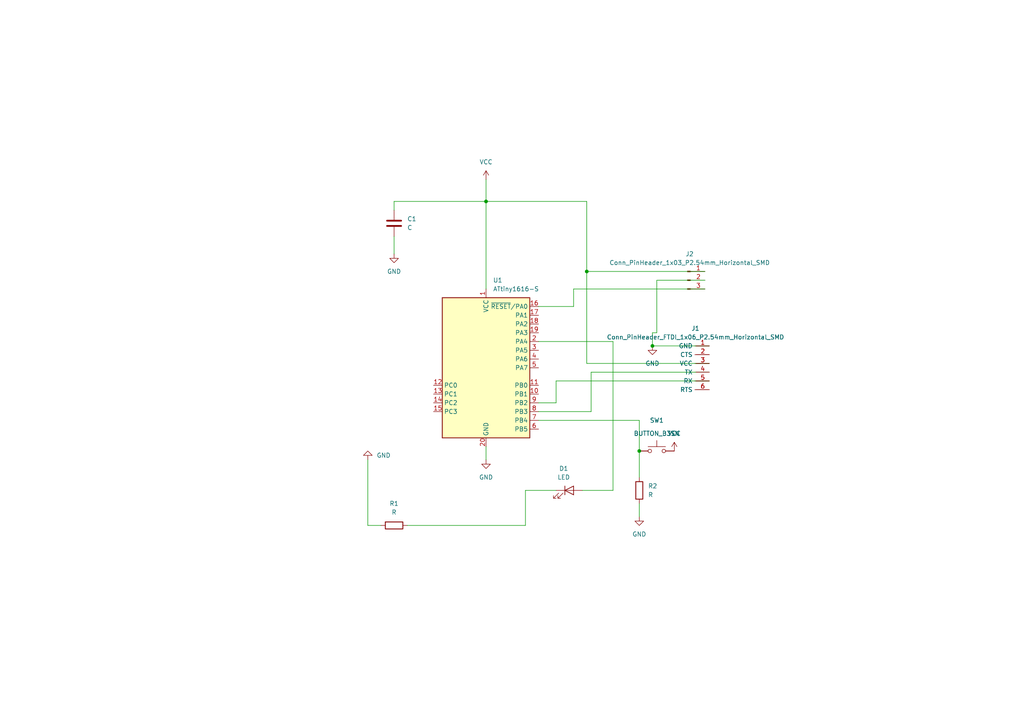
<source format=kicad_sch>
(kicad_sch (version 20211123) (generator eeschema)
  (paper "A4")
  (lib_symbols
    (symbol "MCU_Microchip_ATtiny:ATtiny1616-S"
      (property "Reference" "U" (at -12.7 21.59 0))
      (property "Value" "ATtiny1616-S" (at 2.54 -21.59 0))
      (symbol "ATtiny1616-S_0_1"
        (rectangle (start -12.7 -20.32) (end 12.7 20.32) (stroke (width 0.254)) (fill (type background)))
      )
      (symbol "ATtiny1616-S_1_1"
        (pin power_in line (at 0 22.86 270) (length 2.54) (name "VCC") (number "1"))
        (pin bidirectional line (at 15.24 -7.62 180) (length 2.54) (name "PB1") (number "10"))
        (pin bidirectional line (at 15.24 -5.08 180) (length 2.54) (name "PB0") (number "11"))
        (pin bidirectional line (at -15.24 -5.08 0) (length 2.54) (name "PC0") (number "12"))
        (pin bidirectional line (at -15.24 -7.62 0) (length 2.54) (name "PC1") (number "13"))
        (pin bidirectional line (at -15.24 -10.16 0) (length 2.54) (name "PC2") (number "14"))
        (pin bidirectional line (at -15.24 -12.7 0) (length 2.54) (name "PC3") (number "15"))
        (pin bidirectional line (at 15.24 17.78 180) (length 2.54) (name "~{RESET}/PA0") (number "16"))
        (pin bidirectional line (at 15.24 15.24 180) (length 2.54) (name "PA1") (number "17"))
        (pin bidirectional line (at 15.24 12.7 180) (length 2.54) (name "PA2") (number "18"))
        (pin bidirectional line (at 15.24 10.16 180) (length 2.54) (name "PA3") (number "19"))
        (pin bidirectional line (at 15.24 7.62 180) (length 2.54) (name "PA4") (number "2"))
        (pin power_in line (at 0 -22.86 90) (length 2.54) (name "GND") (number "20"))
        (pin bidirectional line (at 15.24 5.08 180) (length 2.54) (name "PA5") (number "3"))
        (pin bidirectional line (at 15.24 2.54 180) (length 2.54) (name "PA6") (number "4"))
        (pin bidirectional line (at 15.24 0 180) (length 2.54) (name "PA7") (number "5"))
        (pin bidirectional line (at 15.24 -17.78 180) (length 2.54) (name "PB5") (number "6"))
        (pin bidirectional line (at 15.24 -15.24 180) (length 2.54) (name "PB4") (number "7"))
        (pin bidirectional line (at 15.24 -12.7 180) (length 2.54) (name "PB3") (number "8"))
        (pin bidirectional line (at 15.24 -10.16 180) (length 2.54) (name "PB2") (number "9"))
      )
    )
    (symbol "fab2:Conn_PinHeader_FTDI_1x06_P2.54mm_Horizontal_SMD" (pin_names (offset 1.016))
      (property "Reference" "J" (at 0 7.62 0))
      (property "Value" "Conn_PinHeader_FTDI_1x06_P2.54mm_Horizontal_SMD" (at 0 -10.16 0))
      (symbol "Conn_PinHeader_FTDI_1x06_P2.54mm_Horizontal_SMD_1_1"
        (polyline (pts (xy 1.27 -7.62) (xy 0.8636 -7.62)) (stroke (width 0.1524)))
        (polyline (pts (xy 1.27 -5.08) (xy 0.8636 -5.08)) (stroke (width 0.1524)))
        (polyline (pts (xy 1.27 -2.54) (xy 0.8636 -2.54)) (stroke (width 0.1524)))
        (polyline (pts (xy 1.27 0) (xy 0.8636 0)) (stroke (width 0.1524)))
        (polyline (pts (xy 1.27 2.54) (xy 0.8636 2.54)) (stroke (width 0.1524)))
        (polyline (pts (xy 1.27 5.08) (xy 0.8636 5.08)) (stroke (width 0.1524)))
        (pin passive line (at 5.08 5.08 180) (length 3.81) (name "GND") (number "1"))
        (pin passive line (at 5.08 2.54 180) (length 3.81) (name "CTS") (number "2"))
        (pin passive line (at 5.08 0 180) (length 3.81) (name "VCC") (number "3"))
        (pin passive line (at 5.08 -2.54 180) (length 3.81) (name "TX") (number "4"))
        (pin passive line (at 5.08 -5.08 180) (length 3.81) (name "RX") (number "5"))
        (pin passive line (at 5.08 -7.62 180) (length 3.81) (name "RTS") (number "6"))
      )
    )
    (symbol "fab:BUTTON_B3SN" (pin_numbers hide) (pin_names (offset 1.016) hide)
      (property "Reference" "SW" (at 1.27 2.54 0))
      (property "Value" "BUTTON_B3SN" (at 0 -1.524 0))
      (symbol "BUTTON_B3SN_0_1"
        (circle (center -2.032 0) (radius 0.508))
        (polyline (pts (xy 0 1.27) (xy 0 3.048)))
        (polyline (pts (xy 2.54 1.27) (xy -2.54 1.27)))
        (circle (center 2.032 0) (radius 0.508))
        (pin passive line (at -5.08 0 0) (length 2.54) (name "1") (number "1"))
        (pin passive line (at 5.08 0 180) (length 2.54) (name "2") (number "2"))
      )
    )
    (symbol "fab:C" (pin_numbers hide) (pin_names (offset 0.254))
      (property "Reference" "C" (at 0.635 2.54 0))
      (property "Value" "C" (at 0.635 -2.54 0))
      (symbol "C_0_1"
        (polyline (pts (xy -2.032 -0.762) (xy 2.032 -0.762)) (stroke (width 0.508)))
        (polyline (pts (xy -2.032 0.762) (xy 2.032 0.762)) (stroke (width 0.508)))
      )
      (symbol "C_1_1"
        (pin passive line (at 0 3.81 270) (length 2.794) (name "~") (number "1"))
        (pin passive line (at 0 -3.81 90) (length 2.794) (name "~") (number "2"))
      )
    )
    (symbol "fab:Conn_PinHeader_1x03_P2.54mm_Horizontal_SMD" (pin_names (offset 1.016) hide)
      (property "Reference" "J" (at 0 5.08 0))
      (property "Value" "Conn_PinHeader_1x03_P2.54mm_Horizontal_SMD" (at 0 -5.08 0))
      (symbol "Conn_PinHeader_1x03_P2.54mm_Horizontal_SMD_1_1"
        (polyline (pts (xy 1.27 -2.54) (xy 0.8636 -2.54)) (stroke (width 0.1524)))
        (polyline (pts (xy 1.27 0) (xy 0.8636 0)) (stroke (width 0.1524)))
        (polyline (pts (xy 1.27 2.54) (xy 0.8636 2.54)) (stroke (width 0.1524)))
        (rectangle (start 0.8636 -2.413) (end 0 -2.667) (stroke (width 0.1524)) (fill (type outline)))
        (rectangle (start 0.8636 0.127) (end 0 -0.127) (stroke (width 0.1524)) (fill (type outline)))
        (rectangle (start 0.8636 2.667) (end 0 2.413) (stroke (width 0.1524)) (fill (type outline)))
        (pin passive line (at 5.08 2.54 180) (length 3.81) (name "Pin_1") (number "1"))
        (pin passive line (at 5.08 0 180) (length 3.81) (name "Pin_2") (number "2"))
        (pin passive line (at 5.08 -2.54 180) (length 3.81) (name "Pin_3") (number "3"))
      )
    )
    (symbol "fab:LED" (pin_numbers hide) (pin_names (offset 1.016) hide)
      (property "Reference" "D" (at 0 2.54 0))
      (property "Value" "LED" (at 0 -2.54 0))
      (symbol "LED_0_1"
        (polyline (pts (xy -1.27 -1.27) (xy -1.27 1.27)) (stroke (width 0.2032)))
        (polyline (pts (xy -1.27 0) (xy 1.27 0)))
        (polyline (pts (xy 1.27 -1.27) (xy 1.27 1.27) (xy -1.27 0) (xy 1.27 -1.27)) (stroke (width 0.2032)))
        (polyline (pts (xy -3.048 -0.762) (xy -4.572 -2.286) (xy -3.81 -2.286) (xy -4.572 -2.286) (xy -4.572 -1.524)))
        (polyline (pts (xy -1.778 -0.762) (xy -3.302 -2.286) (xy -2.54 -2.286) (xy -3.302 -2.286) (xy -3.302 -1.524)))
      )
      (symbol "LED_1_1"
        (pin passive line (at -3.81 0 0) (length 2.54) (name "K") (number "1"))
        (pin passive line (at 3.81 0 180) (length 2.54) (name "A") (number "2"))
      )
    )
    (symbol "fab:R" (pin_numbers hide) (pin_names (offset 0))
      (property "Reference" "R" (at 2.032 0 90))
      (property "Value" "R" (at 0 0 90))
      (symbol "R_0_1"
        (rectangle (start -1.016 -2.54) (end 1.016 2.54) (stroke (width 0.254)))
      )
      (symbol "R_1_1"
        (pin passive line (at 0 3.81 270) (length 1.27) (name "~") (number "1"))
        (pin passive line (at 0 -3.81 90) (length 1.27) (name "~") (number "2"))
      )
    )
    (symbol "power:GND" (power) (pin_names (offset 0))
      (property "Value" "GND" (at 0 -3.81 0))
      (symbol "GND_0_1"
        (polyline (pts (xy 0 0) (xy 0 -1.27) (xy 1.27 -1.27) (xy 0 -2.54) (xy -1.27 -1.27) (xy 0 -1.27)))
      )
      (symbol "GND_1_1"
        (pin power_in line (at 0 0 270) (length 0) hide (name "GND") (number "1"))
      )
    )
    (symbol "power:VCC" (power) (pin_names (offset 0))
      (property "Value" "VCC" (at 0 3.81 0))
      (symbol "VCC_0_1"
        (polyline (pts (xy -0.762 1.27) (xy 0 2.54)))
        (polyline (pts (xy 0 0) (xy 0 2.54)))
        (polyline (pts (xy 0 2.54) (xy 0.762 1.27)))
      )
      (symbol "VCC_1_1"
        (pin power_in line (at 0 0 90) (length 0) hide (name "VCC") (number "1"))
      )
    )
  )
  (junction (at 189.23 100.33))
  (junction (at 140.97 58.42))
  (junction (at 185.42 130.81))
  (junction (at 170.18 78.74))
  (wire (pts (xy 140.97 129.54) (xy 140.97 133.35)))
  (wire (pts (xy 170.18 78.74) (xy 204.47 78.74)))
  (wire (pts (xy 205.74 107.95) (xy 171.45 107.95)))
  (wire (pts (xy 161.29 110.49) (xy 161.29 116.84)))
  (wire (pts (xy 156.21 99.06) (xy 177.8 99.06)))
  (wire (pts (xy 170.18 105.41) (xy 170.18 78.74)))
  (wire (pts (xy 114.3 68.58) (xy 114.3 73.66)))
  (wire (pts (xy 190.5 96.52) (xy 189.23 96.52)))
  (wire (pts (xy 205.74 110.49) (xy 161.29 110.49)))
  (wire (pts (xy 185.42 130.81) (xy 185.42 138.43)))
  (wire (pts (xy 152.4 142.24) (xy 152.4 152.4)))
  (wire (pts (xy 185.42 146.05) (xy 185.42 149.86)))
  (wire (pts (xy 156.21 88.9) (xy 166.37 88.9)))
  (wire (pts (xy 190.5 81.28) (xy 190.5 96.52)))
  (wire (pts (xy 156.21 116.84) (xy 161.29 116.84)))
  (wire (pts (xy 189.23 100.33) (xy 205.74 100.33)))
  (wire (pts (xy 171.45 107.95) (xy 171.45 119.38)))
  (wire (pts (xy 204.47 81.28) (xy 190.5 81.28)))
  (wire (pts (xy 166.37 83.82) (xy 166.37 88.9)))
  (wire (pts (xy 168.91 142.24) (xy 177.8 142.24)))
  (wire (pts (xy 156.21 121.92) (xy 185.42 121.92)))
  (wire (pts (xy 205.74 105.41) (xy 170.18 105.41)))
  (wire (pts (xy 189.23 96.52) (xy 189.23 100.33)))
  (wire (pts (xy 156.21 119.38) (xy 171.45 119.38)))
  (wire (pts (xy 185.42 121.92) (xy 185.42 130.81)))
  (wire (pts (xy 140.97 58.42) (xy 170.18 58.42)))
  (wire (pts (xy 140.97 52.07) (xy 140.97 58.42)))
  (wire (pts (xy 177.8 99.06) (xy 177.8 142.24)))
  (wire (pts (xy 110.49 152.4) (xy 106.68 152.4)))
  (wire (pts (xy 170.18 78.74) (xy 170.18 58.42)))
  (wire (pts (xy 118.11 152.4) (xy 152.4 152.4)))
  (wire (pts (xy 161.29 142.24) (xy 152.4 142.24)))
  (wire (pts (xy 204.47 83.82) (xy 166.37 83.82)))
  (wire (pts (xy 140.97 58.42) (xy 140.97 83.82)))
  (wire (pts (xy 114.3 60.96) (xy 114.3 58.42)))
  (wire (pts (xy 106.68 133.35) (xy 106.68 152.4)))
  (wire (pts (xy 114.3 58.42) (xy 140.97 58.42)))
  (symbol (lib_id "fab:LED") (at 165.1 142.24 0) (unit 1)
    (property "Reference" "D1" (at 163.4998 135.89 0))
    (property "Value" "LED" (at 163.4998 138.43 0))
    (property "Footprint" "fab:LED_1206" (effects hide))
    (property "Datasheet" "https://optoelectronics.liteon.com/upload/download/DS-22-98-0002/LTST-C150CKT.pdf" (effects hide))
  )
  (symbol (lib_id "fab:R") (at 114.3 152.4 90) (unit 1)
    (property "Reference" "R1" (at 114.3 146.05 90))
    (property "Value" "R" (at 114.3 148.59 90))
    (property "Footprint" "fab:R_1206" (effects hide))
  )
  (symbol (lib_id "power:GND") (at 140.97 133.35 0) (unit 1)
    (property "Reference" "#PWR0101" (effects hide))
    (property "Value" "GND" (at 140.97 138.43 0))
  )
  (symbol (lib_id "fab:R") (at 185.42 142.24 180) (unit 1)
    (property "Reference" "R2" (at 187.96 140.9699 0) (effects (justify right)))
    (property "Value" "R" (at 187.96 143.5099 0) (effects (justify right)))
    (property "Footprint" "fab:R_1206" (effects hide))
  )
  (symbol (lib_id "power:GND") (at 185.42 149.86 0) (unit 1)
    (property "Reference" "#PWR0105" (effects hide))
    (property "Value" "GND" (at 185.42 154.94 0))
  )
  (symbol (lib_id "power:GND") (at 189.23 100.33 0) (unit 1)
    (property "Reference" "#PWR0103" (effects hide))
    (property "Value" "GND" (at 189.23 105.41 0))
  )
  (symbol (lib_id "power:VCC") (at 195.58 130.81 0) (unit 1)
    (property "Reference" "#PWR0106" (effects hide))
    (property "Value" "VCC" (at 195.58 125.73 0))
  )
  (symbol (lib_id "fab2:Conn_PinHeader_FTDI_1x06_P2.54mm_Horizontal_SMD") (at 200.66 105.41 0) (unit 1)
    (property "Reference" "J1" (at 201.7268 95.25 0))
    (property "Value" "Conn_PinHeader_FTDI_1x06_P2.54mm_Horizontal_SMD" (at 201.7268 97.79 0))
    (property "Footprint" "fab:PinHeader_FTDI_01x06_P2.54mm_Horizontal_SMD" (effects hide))
  )
  (symbol (lib_id "MCU_Microchip_ATtiny:ATtiny1616-S") (at 140.97 106.68 0) (unit 1)
    (property "Reference" "U1" (at 142.9894 81.28 0) (effects (justify left)))
    (property "Value" "ATtiny1616-S" (at 142.9894 83.82 0) (effects (justify left)))
    (property "Footprint" "Package_SO:SOIC-20W_7.5x12.8mm_P1.27mm" (effects hide))
    (property "Datasheet" "http://ww1.microchip.com/downloads/en/DeviceDoc/ATtiny3216_ATtiny1616-data-sheet-40001997B.pdf" (effects hide))
  )
  (symbol (lib_id "fab:Conn_PinHeader_1x03_P2.54mm_Horizontal_SMD") (at 199.39 81.28 0) (unit 1)
    (property "Reference" "J2" (at 200.025 73.66 0))
    (property "Value" "Conn_PinHeader_1x03_P2.54mm_Horizontal_SMD" (at 200.025 76.2 0))
    (property "Footprint" "fab:PinHeader_1x03_P2.54mm_Horizontal_SMD" (effects hide))
  )
  (symbol (lib_id "power:GND") (at 106.68 133.35 180) (unit 1)
    (property "Reference" "#PWR0104" (effects hide))
    (property "Value" "GND" (at 109.22 132.0799 0) (effects (justify right)))
  )
  (symbol (lib_id "power:GND") (at 114.3 73.66 0) (unit 1)
    (property "Reference" "#PWR0102" (effects hide))
    (property "Value" "GND" (at 114.3 78.74 0))
  )
  (symbol (lib_id "power:VCC") (at 140.97 52.07 0) (unit 1)
    (property "Reference" "#PWR0107" (effects hide))
    (property "Value" "VCC" (at 140.97 46.99 0))
  )
  (symbol (lib_id "fab:BUTTON_B3SN") (at 190.5 130.81 0) (unit 1)
    (property "Reference" "SW1" (at 190.5 121.92 0))
    (property "Value" "BUTTON_B3SN" (at 190.5 125.73 0))
    (property "Footprint" "fab:Button_Omron_B3SN_6x6mm" (effects hide))
    (property "Datasheet" "https://omronfs.omron.com/en_US/ecb/products/pdf/en-b3sn.pdf" (effects hide))
  )
  (symbol (lib_id "fab:C") (at 114.3 64.77 180) (unit 1)
    (property "Reference" "C1" (at 118.11 63.4999 0) (effects (justify right)))
    (property "Value" "C" (at 118.11 66.0399 0) (effects (justify right)))
    (property "Footprint" "fab:C_1206" (effects hide))
  )
)
</source>
